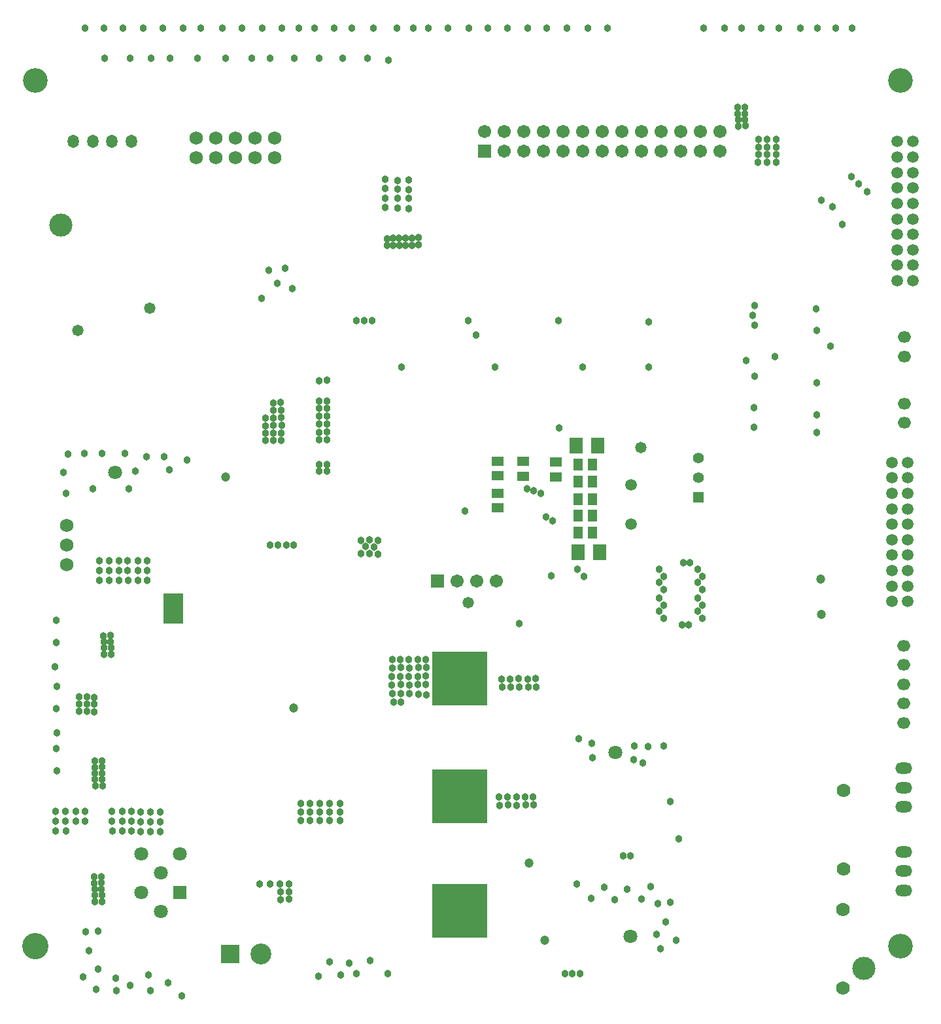
<source format=gbs>
%FSLAX25Y25*%
%MOIN*%
G70*
G01*
G75*
G04 Layer_Color=16711935*
%ADD10C,0.01000*%
%ADD11R,0.04134X0.05512*%
%ADD12R,0.05512X0.04134*%
%ADD13R,0.04724X0.03150*%
%ADD14O,0.04724X0.03150*%
%ADD15R,0.04724X0.01969*%
%ADD16R,0.04724X0.01181*%
%ADD17R,0.01969X0.04724*%
%ADD18R,0.01181X0.04724*%
%ADD19R,0.05512X0.03937*%
%ADD20R,0.06102X0.08661*%
%ADD21R,0.08661X0.06102*%
%ADD22R,0.06102X0.02362*%
%ADD23R,0.02362X0.06102*%
%ADD24R,0.08268X0.14764*%
%ADD25R,0.09843X0.09055*%
%ADD26R,0.06000X0.10000*%
%ADD27O,0.06102X0.02362*%
%ADD28R,0.14764X0.08268*%
%ADD29R,0.10236X0.09449*%
%ADD30R,0.08661X0.05906*%
%ADD31R,0.05000X0.01000*%
%ADD32R,0.01000X0.05000*%
%ADD33O,0.05000X0.01000*%
%ADD34R,0.12402X0.06299*%
%ADD35R,0.02362X0.07874*%
%ADD36R,0.07087X0.06000*%
%ADD37R,0.03937X0.05512*%
%ADD38R,0.06299X0.12402*%
%ADD39R,0.09449X0.10236*%
%ADD40R,0.06000X0.07087*%
%ADD41R,0.06500X0.04500*%
%ADD42R,0.06500X0.11800*%
%ADD43O,0.03150X0.11811*%
%ADD44R,0.03150X0.11811*%
%ADD45R,0.03150X0.04724*%
%ADD46O,0.03150X0.04724*%
%ADD47R,0.01772X0.05709*%
%ADD48R,0.05709X0.01772*%
%ADD49R,0.04921X0.13386*%
%ADD50R,0.06299X0.10630*%
%ADD51R,0.10630X0.06299*%
%ADD52C,0.02000*%
%ADD53C,0.01500*%
%ADD54C,0.03000*%
%ADD55C,0.04000*%
%ADD56C,0.06000*%
%ADD57C,0.02500*%
%ADD58C,0.01200*%
%ADD59C,0.08000*%
%ADD60C,0.05000*%
%ADD61R,0.06900X0.16600*%
%ADD62R,0.12500X0.03400*%
%ADD63R,0.19600X0.16800*%
%ADD64R,0.27900X0.19600*%
%ADD65R,0.44300X0.27600*%
%ADD66R,0.18898X0.09449*%
%ADD67R,0.18898X0.09055*%
%ADD68R,0.10221X0.52362*%
%ADD69R,0.20331X0.12598*%
%ADD70R,0.45592X0.09289*%
%ADD71R,0.25590X0.20079*%
%ADD72R,0.22441X0.20254*%
%ADD73R,0.32677X0.11024*%
%ADD74R,0.36614X0.28346*%
%ADD75R,0.18504X0.62205*%
%ADD76R,0.13780X0.22835*%
%ADD77R,0.24900X0.11417*%
%ADD78R,0.30800X0.16605*%
%ADD79R,0.37402X0.13386*%
%ADD80R,0.14014X0.14161*%
%ADD81R,0.44488X0.16838*%
%ADD82R,0.14173X0.04724*%
%ADD83R,0.15354X0.16535*%
%ADD84R,0.19291X0.16142*%
%ADD85R,0.38976X0.14892*%
%ADD86R,0.15354X0.14098*%
%ADD87R,0.22300X0.17000*%
%ADD88R,0.69700X0.22200*%
%ADD89R,0.22200X0.18100*%
%ADD90R,0.20700X0.43400*%
%ADD91R,0.16900X0.61900*%
%ADD92R,0.17600X0.11100*%
%ADD93R,0.60400X0.28600*%
%ADD94R,0.06300X0.33500*%
%ADD95R,0.51100X0.18500*%
%ADD96R,0.17300X0.16200*%
%ADD97R,0.64800X0.19500*%
%ADD98R,0.54300X0.17300*%
%ADD99R,0.44100X0.21000*%
%ADD100R,0.22200X0.50300*%
%ADD101R,0.21200X0.51400*%
%ADD102R,0.42500X0.16300*%
%ADD103R,0.12300X0.11000*%
%ADD104R,0.36434X0.18432*%
%ADD105R,0.18200X0.09300*%
%ADD106R,0.30400X0.13200*%
%ADD107R,0.49910X0.31300*%
%ADD108C,0.03937*%
%ADD109C,0.05118*%
%ADD110O,0.05000X0.05906*%
%ADD111C,0.06000*%
%ADD112R,0.27559X0.26772*%
%ADD113R,0.09449X0.14961*%
%ADD114C,0.05906*%
%ADD115R,0.05906X0.05906*%
%ADD116C,0.06299*%
%ADD117O,0.05906X0.05000*%
%ADD118C,0.11811*%
%ADD119C,0.12598*%
%ADD120C,0.05000*%
%ADD121C,0.04724*%
%ADD122R,0.04724X0.04724*%
%ADD123C,0.09843*%
%ADD124R,0.08661X0.08661*%
%ADD125C,0.06200*%
%ADD126O,0.07874X0.05000*%
%ADD127R,0.06299X0.06299*%
%ADD128C,0.03000*%
%ADD129C,0.04000*%
%ADD130R,0.60400X0.13100*%
%ADD131C,0.00787*%
%ADD132C,0.00984*%
%ADD133C,0.02362*%
%ADD134C,0.01772*%
%ADD135C,0.01181*%
%ADD136C,0.00394*%
%ADD137C,0.00600*%
%ADD138C,0.00700*%
%ADD139C,0.00500*%
%ADD140C,0.00004*%
%ADD141C,0.00827*%
%ADD142C,0.00800*%
%ADD143C,0.00591*%
%ADD144C,0.00591*%
%ADD145R,1.14340X0.26480*%
%ADD146R,0.04934X0.06312*%
%ADD147R,0.06312X0.04934*%
%ADD148R,0.05524X0.03950*%
%ADD149O,0.05524X0.03950*%
%ADD150R,0.05524X0.02769*%
%ADD151R,0.05524X0.01981*%
%ADD152R,0.02769X0.05524*%
%ADD153R,0.01981X0.05524*%
%ADD154R,0.06312X0.04737*%
%ADD155R,0.06902X0.09461*%
%ADD156R,0.09461X0.06902*%
%ADD157R,0.06902X0.03162*%
%ADD158R,0.03162X0.06902*%
%ADD159R,0.09068X0.15564*%
%ADD160R,0.10642X0.09855*%
%ADD161R,0.06800X0.10800*%
%ADD162O,0.06902X0.03162*%
%ADD163R,0.15564X0.09068*%
%ADD164R,0.11036X0.10249*%
%ADD165R,0.09461X0.06706*%
%ADD166R,0.05800X0.01800*%
%ADD167R,0.01800X0.05800*%
%ADD168O,0.05800X0.01800*%
%ADD169R,0.13202X0.07099*%
%ADD170R,0.03162X0.08674*%
%ADD171R,0.07887X0.06800*%
%ADD172R,0.04737X0.06312*%
%ADD173R,0.07099X0.13202*%
%ADD174R,0.10249X0.11036*%
%ADD175R,0.06800X0.07887*%
%ADD176R,0.07300X0.05300*%
%ADD177R,0.07300X0.12600*%
%ADD178O,0.03950X0.12611*%
%ADD179R,0.03950X0.12611*%
%ADD180R,0.03950X0.05524*%
%ADD181O,0.03950X0.05524*%
%ADD182R,0.02572X0.06509*%
%ADD183R,0.06509X0.02572*%
%ADD184R,0.05721X0.14186*%
%ADD185R,0.07099X0.11430*%
%ADD186R,0.11430X0.07099*%
%ADD187C,0.04737*%
%ADD188C,0.05918*%
%ADD189O,0.05800X0.06706*%
%ADD190C,0.06800*%
%ADD191R,0.28359X0.27572*%
%ADD192R,0.10249X0.15761*%
%ADD193C,0.06706*%
%ADD194R,0.06706X0.06706*%
%ADD195C,0.07099*%
%ADD196C,0.11811*%
%ADD197O,0.06706X0.05800*%
%ADD198C,0.12611*%
%ADD199C,0.13398*%
%ADD200C,0.05800*%
%ADD201C,0.05524*%
%ADD202R,0.05524X0.05524*%
%ADD203C,0.10642*%
%ADD204R,0.09461X0.09461*%
%ADD205C,0.07000*%
%ADD206O,0.08674X0.05800*%
%ADD207R,0.07099X0.07099*%
%ADD208C,0.03800*%
%ADD209C,0.04800*%
G54D146*
X292232Y263264D02*
D03*
X299713D02*
D03*
X292232Y246264D02*
D03*
X299713D02*
D03*
Y254764D02*
D03*
X292232D02*
D03*
X299713Y280764D02*
D03*
X292232D02*
D03*
X299713Y272264D02*
D03*
X292232D02*
D03*
G54D147*
X264372Y274934D02*
D03*
Y282414D02*
D03*
X281102Y282087D02*
D03*
Y274606D02*
D03*
X251192Y282604D02*
D03*
Y275124D02*
D03*
Y266104D02*
D03*
Y258624D02*
D03*
G54D175*
X291350Y290551D02*
D03*
X302350D02*
D03*
X303400Y236000D02*
D03*
X292400D02*
D03*
G54D187*
X416157Y204588D02*
D03*
X112612Y274459D02*
D03*
X147232Y156798D02*
D03*
X275423Y38457D02*
D03*
X267155Y77705D02*
D03*
X415859Y222588D02*
D03*
G54D188*
X455118Y374410D02*
D03*
X462992D02*
D03*
X455118Y382283D02*
D03*
X462992D02*
D03*
X455118Y390158D02*
D03*
X462992D02*
D03*
X455118Y398031D02*
D03*
X462992D02*
D03*
X455118Y405905D02*
D03*
X462992D02*
D03*
X455118Y413779D02*
D03*
X462992D02*
D03*
X455118Y421654D02*
D03*
X462992D02*
D03*
X455118Y429528D02*
D03*
X462992D02*
D03*
X455118Y437402D02*
D03*
X462992D02*
D03*
X455118Y445276D02*
D03*
X462992D02*
D03*
X319291Y250472D02*
D03*
Y270473D02*
D03*
X460236Y281890D02*
D03*
X452362D02*
D03*
X460236Y274016D02*
D03*
X452362D02*
D03*
X460236Y266142D02*
D03*
X452362D02*
D03*
X460236Y258268D02*
D03*
X452362D02*
D03*
X460236Y250394D02*
D03*
X452362D02*
D03*
X460236Y242520D02*
D03*
X452362D02*
D03*
X460236Y234646D02*
D03*
X452362D02*
D03*
X460236Y226772D02*
D03*
X452362D02*
D03*
X460236Y218898D02*
D03*
X452362D02*
D03*
X460236Y211024D02*
D03*
X452362D02*
D03*
G54D189*
X35015Y445276D02*
D03*
X44858D02*
D03*
X54700D02*
D03*
X64543D02*
D03*
G54D190*
X97771Y447008D02*
D03*
Y437008D02*
D03*
X107771Y447008D02*
D03*
Y437008D02*
D03*
X117771Y447008D02*
D03*
Y437008D02*
D03*
X127771Y447008D02*
D03*
Y437008D02*
D03*
X137771Y447008D02*
D03*
Y437008D02*
D03*
X31501Y249816D02*
D03*
Y229816D02*
D03*
Y239816D02*
D03*
G54D191*
X231853Y171757D02*
D03*
X231955Y111675D02*
D03*
X231858Y53373D02*
D03*
G54D192*
X85851Y207417D02*
D03*
G54D193*
X250656Y221567D02*
D03*
X240656D02*
D03*
X230656D02*
D03*
X364488Y450551D02*
D03*
Y440551D02*
D03*
X354488Y450551D02*
D03*
Y440551D02*
D03*
X344488Y450551D02*
D03*
Y440551D02*
D03*
X334488Y450551D02*
D03*
Y440551D02*
D03*
X324488Y450551D02*
D03*
Y440551D02*
D03*
X314488Y450551D02*
D03*
Y440551D02*
D03*
X304488Y450551D02*
D03*
Y440551D02*
D03*
X294488Y450551D02*
D03*
Y440551D02*
D03*
X284488Y450551D02*
D03*
Y440551D02*
D03*
X274488Y450551D02*
D03*
Y440551D02*
D03*
X264488Y450551D02*
D03*
Y440551D02*
D03*
X254488Y450551D02*
D03*
Y440551D02*
D03*
X244488Y450551D02*
D03*
G54D194*
X220656Y221567D02*
D03*
X244488Y440551D02*
D03*
G54D195*
X311141Y134184D02*
D03*
X69715Y62800D02*
D03*
Y82485D02*
D03*
X79558Y52957D02*
D03*
Y72642D02*
D03*
X89400Y82485D02*
D03*
X56159Y276716D02*
D03*
X319059Y40316D02*
D03*
G54D196*
X438000Y24100D02*
D03*
X28740Y402756D02*
D03*
G54D197*
X458661Y335827D02*
D03*
Y345669D02*
D03*
Y301969D02*
D03*
Y311811D02*
D03*
X458255Y168898D02*
D03*
Y178740D02*
D03*
Y188583D02*
D03*
Y159055D02*
D03*
Y149213D02*
D03*
G54D198*
X15748Y476378D02*
D03*
X456693D02*
D03*
Y35433D02*
D03*
G54D199*
X15748D02*
D03*
G54D200*
X324400Y289300D02*
D03*
X236200Y210543D02*
D03*
X37400Y349260D02*
D03*
X74019Y360481D02*
D03*
G54D201*
X353543Y284173D02*
D03*
Y274173D02*
D03*
G54D202*
Y264173D02*
D03*
G54D203*
X130551Y31496D02*
D03*
G54D204*
X114961D02*
D03*
G54D205*
X427600Y74800D02*
D03*
Y114800D02*
D03*
X427400Y54000D02*
D03*
Y14000D02*
D03*
G54D206*
X458268Y125984D02*
D03*
Y116142D02*
D03*
Y106299D02*
D03*
Y83465D02*
D03*
Y73622D02*
D03*
Y63779D02*
D03*
G54D207*
X89400Y62800D02*
D03*
G54D208*
X349150Y230818D02*
D03*
X345850D02*
D03*
X348700Y199100D02*
D03*
X345400D02*
D03*
X262300Y199700D02*
D03*
X179166Y354134D02*
D03*
X279200Y252000D02*
D03*
X278700Y224100D02*
D03*
X295200Y223819D02*
D03*
X292100Y227400D02*
D03*
X49500Y129900D02*
D03*
X45900D02*
D03*
Y126600D02*
D03*
X49500Y126700D02*
D03*
X46000Y123500D02*
D03*
X49600Y123600D02*
D03*
X46100Y120300D02*
D03*
X49700Y120400D02*
D03*
X46200Y117200D02*
D03*
X49800D02*
D03*
X377300Y462800D02*
D03*
X373700D02*
D03*
Y459500D02*
D03*
X377300Y459600D02*
D03*
X373800Y456400D02*
D03*
X377400Y456500D02*
D03*
X373900Y453200D02*
D03*
X377500Y453300D02*
D03*
X282677Y299606D02*
D03*
X381221Y356811D02*
D03*
X377953Y333858D02*
D03*
X275900Y254000D02*
D03*
X381890Y299661D02*
D03*
Y309661D02*
D03*
X382125Y325827D02*
D03*
X382125Y361811D02*
D03*
Y351811D02*
D03*
X392678Y335827D02*
D03*
X266142Y268504D02*
D03*
X269685Y267323D02*
D03*
X273228Y266142D02*
D03*
X343742Y89997D02*
D03*
X339450Y109249D02*
D03*
X335835Y137573D02*
D03*
X333500Y227361D02*
D03*
X335800Y223817D02*
D03*
Y217124D02*
D03*
X333500Y220668D02*
D03*
Y212718D02*
D03*
X335800Y202482D02*
D03*
Y209175D02*
D03*
X333500Y206025D02*
D03*
X353300Y206065D02*
D03*
X355600Y209214D02*
D03*
Y202521D02*
D03*
X353300Y212757D02*
D03*
Y220707D02*
D03*
X355600Y217164D02*
D03*
Y223857D02*
D03*
X353300Y227400D02*
D03*
X181600Y242200D02*
D03*
X185900Y242300D02*
D03*
X190400Y242200D02*
D03*
X183800Y239000D02*
D03*
X188200Y238900D02*
D03*
X181500Y235600D02*
D03*
X186000Y235300D02*
D03*
X190400Y235100D02*
D03*
X293200Y21543D02*
D03*
X413900Y349100D02*
D03*
X420800Y341100D02*
D03*
X413900Y322600D02*
D03*
Y306200D02*
D03*
X413800Y297000D02*
D03*
X413700Y360200D02*
D03*
X129900Y67200D02*
D03*
X135400D02*
D03*
X140300D02*
D03*
X144800D02*
D03*
X140500Y63200D02*
D03*
X144900D02*
D03*
X140600Y59100D02*
D03*
X144900Y59300D02*
D03*
X25900Y104000D02*
D03*
X31038D02*
D03*
X36175D02*
D03*
X25900Y99000D02*
D03*
X31038D02*
D03*
X36175D02*
D03*
X147384Y239816D02*
D03*
X131100Y365300D02*
D03*
X146600Y370500D02*
D03*
X139000Y373200D02*
D03*
X143100Y380900D02*
D03*
X134625Y379675D02*
D03*
X439600Y419700D02*
D03*
X435400Y423700D02*
D03*
X431500Y427600D02*
D03*
X427100Y403200D02*
D03*
X422047Y412205D02*
D03*
X416400Y415600D02*
D03*
X240200Y346700D02*
D03*
X187300Y354134D02*
D03*
X236240Y354147D02*
D03*
X282379Y354140D02*
D03*
X328442Y353353D02*
D03*
X202312Y330512D02*
D03*
X328400Y330400D02*
D03*
X294588Y330512D02*
D03*
X249812D02*
D03*
X183134Y354134D02*
D03*
X289300Y21543D02*
D03*
X285600D02*
D03*
X160300Y280900D02*
D03*
X164200D02*
D03*
X160300Y277300D02*
D03*
X164200D02*
D03*
X160300Y293600D02*
D03*
X164200Y293500D02*
D03*
X160300Y297200D02*
D03*
X164200Y297300D02*
D03*
X160300Y301400D02*
D03*
X164200Y301600D02*
D03*
X160300Y305400D02*
D03*
X164200Y305500D02*
D03*
X160300Y309400D02*
D03*
X164200D02*
D03*
X160300Y313200D02*
D03*
X164200D02*
D03*
X160300Y323600D02*
D03*
X164200Y323800D02*
D03*
X384200Y446500D02*
D03*
X388600D02*
D03*
X393300Y446500D02*
D03*
X384200Y442600D02*
D03*
X388600Y442500D02*
D03*
X393300Y442567D02*
D03*
X384200Y438700D02*
D03*
X388600D02*
D03*
X393300Y438633D02*
D03*
X384100Y434800D02*
D03*
X388600D02*
D03*
X393300Y434700D02*
D03*
X136800Y312200D02*
D03*
X136900Y308400D02*
D03*
Y304600D02*
D03*
X132900Y304300D02*
D03*
X137100Y300700D02*
D03*
X132900Y300500D02*
D03*
X132800Y296800D02*
D03*
X137100Y296900D02*
D03*
X132900Y293100D02*
D03*
X137100Y293000D02*
D03*
X140600Y312300D02*
D03*
X141000Y308400D02*
D03*
X141100Y304700D02*
D03*
X141200Y300800D02*
D03*
X141100Y296800D02*
D03*
Y293000D02*
D03*
X194100Y426000D02*
D03*
X200300Y425500D02*
D03*
X206100Y425700D02*
D03*
X194100Y421400D02*
D03*
X200300Y421000D02*
D03*
X206100Y420700D02*
D03*
X194100Y416300D02*
D03*
X200300Y416400D02*
D03*
X206100Y416300D02*
D03*
X194100Y411700D02*
D03*
X200300Y411400D02*
D03*
X206100Y411200D02*
D03*
X204300Y396200D02*
D03*
Y392600D02*
D03*
X201100Y396100D02*
D03*
X201200Y392500D02*
D03*
X197900Y396000D02*
D03*
X198000Y392400D02*
D03*
X194800Y395900D02*
D03*
X194900Y392300D02*
D03*
X207700Y392600D02*
D03*
X207600Y396200D02*
D03*
X210800Y392700D02*
D03*
Y396300D02*
D03*
X54300Y184200D02*
D03*
X50700D02*
D03*
X54200Y187400D02*
D03*
X50600Y187300D02*
D03*
X54100Y190600D02*
D03*
X50500Y190500D02*
D03*
X54000Y193700D02*
D03*
X50400Y193600D02*
D03*
X49600Y58200D02*
D03*
X46000D02*
D03*
X49500Y61400D02*
D03*
X45900Y61300D02*
D03*
X49400Y64600D02*
D03*
X45800Y64500D02*
D03*
X49300Y67700D02*
D03*
X45700Y67600D02*
D03*
Y70900D02*
D03*
X49300D02*
D03*
X41000Y99000D02*
D03*
Y104000D02*
D03*
X64662D02*
D03*
Y99000D02*
D03*
X59838D02*
D03*
X54700D02*
D03*
X59838Y104000D02*
D03*
X54700D02*
D03*
X79163Y103800D02*
D03*
Y98800D02*
D03*
X74338D02*
D03*
X69200D02*
D03*
X74338Y103800D02*
D03*
X69200D02*
D03*
X69300Y93800D02*
D03*
X74437D02*
D03*
X79263D02*
D03*
X54800Y94000D02*
D03*
X59938D02*
D03*
X64763D02*
D03*
X31137D02*
D03*
X26000D02*
D03*
X151100Y99400D02*
D03*
X165600D02*
D03*
X160775D02*
D03*
X155638D02*
D03*
X155537Y108000D02*
D03*
X160675D02*
D03*
X155638Y103800D02*
D03*
X160775D02*
D03*
X165600D02*
D03*
X165500Y108000D02*
D03*
X151100Y103800D02*
D03*
X151000Y108000D02*
D03*
X170800D02*
D03*
X170900Y103800D02*
D03*
Y99400D02*
D03*
X38000Y162300D02*
D03*
X41800D02*
D03*
X45500Y162200D02*
D03*
Y158800D02*
D03*
X41800Y158900D02*
D03*
X38000D02*
D03*
X38100Y155000D02*
D03*
X41900D02*
D03*
X45600Y154900D02*
D03*
X58262Y221900D02*
D03*
X53438D02*
D03*
X48300D02*
D03*
X72763Y221700D02*
D03*
X67937D02*
D03*
X62800D02*
D03*
X62700Y231700D02*
D03*
X67838D02*
D03*
X62700Y226700D02*
D03*
X67838D02*
D03*
X72663D02*
D03*
Y231700D02*
D03*
X48200Y231900D02*
D03*
X53338D02*
D03*
X48200Y226900D02*
D03*
X53338D02*
D03*
X58162D02*
D03*
Y231900D02*
D03*
X234600Y257000D02*
D03*
X252000Y111400D02*
D03*
X256400D02*
D03*
X260800Y111500D02*
D03*
X265300Y111400D02*
D03*
X269400Y111600D02*
D03*
X269500Y107300D02*
D03*
X265500D02*
D03*
X261000Y107100D02*
D03*
X256600Y107300D02*
D03*
X252200Y107200D02*
D03*
X318800Y81540D02*
D03*
X315337D02*
D03*
X143500Y239816D02*
D03*
X139200D02*
D03*
X135200D02*
D03*
X214798Y163582D02*
D03*
X197198Y172782D02*
D03*
X201598D02*
D03*
X205998Y172882D02*
D03*
X210498Y172782D02*
D03*
X214598Y172982D02*
D03*
X214698Y168682D02*
D03*
X210698D02*
D03*
X206198Y168482D02*
D03*
X201798Y168682D02*
D03*
X197398Y168582D02*
D03*
X201698Y181382D02*
D03*
X206098Y181482D02*
D03*
X210598Y181382D02*
D03*
X214698Y181582D02*
D03*
X214798Y177282D02*
D03*
X210798D02*
D03*
X206298Y177082D02*
D03*
X201898Y177282D02*
D03*
X197498Y177182D02*
D03*
X202080Y159928D02*
D03*
X210798Y163882D02*
D03*
X198143Y159928D02*
D03*
X206398Y164082D02*
D03*
X201798Y164182D02*
D03*
X197498D02*
D03*
X197600Y181500D02*
D03*
X253500Y167400D02*
D03*
X257900Y167500D02*
D03*
X262300Y167300D02*
D03*
X266800Y167500D02*
D03*
X270800D02*
D03*
X270700Y171800D02*
D03*
X266600Y171600D02*
D03*
X262100Y171700D02*
D03*
X257700Y171600D02*
D03*
X253300D02*
D03*
X41000Y503200D02*
D03*
X50600D02*
D03*
X60200D02*
D03*
X70500D02*
D03*
X80700D02*
D03*
X91100D02*
D03*
X100000D02*
D03*
X110900D02*
D03*
X120800D02*
D03*
X131200D02*
D03*
X141400D02*
D03*
X149800D02*
D03*
X157900D02*
D03*
X167800D02*
D03*
X177000D02*
D03*
X187900D02*
D03*
X200000D02*
D03*
X208300D02*
D03*
X216000D02*
D03*
X226100D02*
D03*
X236500D02*
D03*
X246200D02*
D03*
X256300D02*
D03*
X266600D02*
D03*
X276300D02*
D03*
X286700D02*
D03*
X297300D02*
D03*
X307300D02*
D03*
X356400D02*
D03*
X367000D02*
D03*
X375500D02*
D03*
X385500D02*
D03*
X394700D02*
D03*
X405600D02*
D03*
X414200D02*
D03*
X423700D02*
D03*
X432000D02*
D03*
X50800Y487800D02*
D03*
X63800D02*
D03*
X84200D02*
D03*
X74500D02*
D03*
X98400D02*
D03*
X112500D02*
D03*
X126000D02*
D03*
X135300D02*
D03*
X147600D02*
D03*
X160300D02*
D03*
X172300D02*
D03*
X185000D02*
D03*
X195600Y486900D02*
D03*
X32400Y286200D02*
D03*
X40500Y286300D02*
D03*
X49600D02*
D03*
X61300D02*
D03*
X72300Y284800D02*
D03*
X81400Y284900D02*
D03*
X92900Y283200D02*
D03*
X83800Y278100D02*
D03*
X66500Y277300D02*
D03*
X63200Y268300D02*
D03*
X45100D02*
D03*
X31200Y266200D02*
D03*
X30100Y276700D02*
D03*
X26200Y201400D02*
D03*
X26400Y190200D02*
D03*
X25700Y177800D02*
D03*
X26700Y167800D02*
D03*
X26400Y156300D02*
D03*
X26500Y144200D02*
D03*
X26200Y136200D02*
D03*
X26500Y124700D02*
D03*
X47500Y43200D02*
D03*
X43000Y33000D02*
D03*
X39900Y19700D02*
D03*
X46600Y13400D02*
D03*
X64100Y15600D02*
D03*
X83200Y16800D02*
D03*
X74200Y12800D02*
D03*
X56600Y19100D02*
D03*
X57000Y12900D02*
D03*
X90300Y10100D02*
D03*
X73300Y20800D02*
D03*
X47700Y23800D02*
D03*
X41400Y42800D02*
D03*
X195200Y21300D02*
D03*
X186400Y28200D02*
D03*
X179200Y21300D02*
D03*
X165500Y27400D02*
D03*
X160000Y20100D02*
D03*
X175500Y26900D02*
D03*
X171400Y20900D02*
D03*
X299000Y59800D02*
D03*
X311100Y59200D02*
D03*
X324600Y59400D02*
D03*
X317300Y64400D02*
D03*
X305500Y65600D02*
D03*
X291500Y67000D02*
D03*
X329300Y65900D02*
D03*
X333100Y57000D02*
D03*
X337100Y47700D02*
D03*
X332200Y41400D02*
D03*
X334300Y34200D02*
D03*
X342400Y38600D02*
D03*
X339300Y57900D02*
D03*
X321000Y137400D02*
D03*
X328100Y137000D02*
D03*
X325300Y128900D02*
D03*
X320700Y130600D02*
D03*
X299400Y138800D02*
D03*
X292600Y141100D02*
D03*
X299500Y131500D02*
D03*
G54D209*
X239352Y161685D02*
D03*
X232052D02*
D03*
X224752D02*
D03*
X239352Y169785D02*
D03*
X232052D02*
D03*
X224752Y169585D02*
D03*
X239053Y178885D02*
D03*
X231752D02*
D03*
X224452D02*
D03*
X224555Y118803D02*
D03*
X231855D02*
D03*
X239155D02*
D03*
X224855Y109503D02*
D03*
X232155Y109703D02*
D03*
X239455D02*
D03*
X224855Y101603D02*
D03*
X232155D02*
D03*
X239455D02*
D03*
X239358Y43302D02*
D03*
X232058D02*
D03*
X224758D02*
D03*
X239358Y51402D02*
D03*
X232058D02*
D03*
X224758Y51202D02*
D03*
X239058Y60502D02*
D03*
X231758D02*
D03*
X224458D02*
D03*
X83489Y212609D02*
D03*
X88607D02*
D03*
X83489Y207491D02*
D03*
Y202767D02*
D03*
X88607D02*
D03*
Y207491D02*
D03*
M02*

</source>
